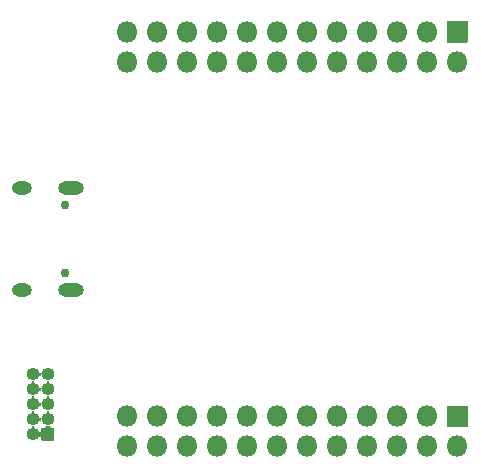
<source format=gbr>
G04 #@! TF.GenerationSoftware,KiCad,Pcbnew,(5.1.10-1-10_14)*
G04 #@! TF.CreationDate,2021-08-17T00:22:47+08:00*
G04 #@! TF.ProjectId,stm32f401_devboard,73746d33-3266-4343-9031-5f646576626f,rev?*
G04 #@! TF.SameCoordinates,Original*
G04 #@! TF.FileFunction,Soldermask,Bot*
G04 #@! TF.FilePolarity,Negative*
%FSLAX46Y46*%
G04 Gerber Fmt 4.6, Leading zero omitted, Abs format (unit mm)*
G04 Created by KiCad (PCBNEW (5.1.10-1-10_14)) date 2021-08-17 00:22:47*
%MOMM*%
%LPD*%
G01*
G04 APERTURE LIST*
%ADD10O,1.802000X1.802000*%
%ADD11O,2.202000X1.102000*%
%ADD12C,0.752000*%
%ADD13O,1.702000X1.102000*%
%ADD14O,1.102000X1.102000*%
%ADD15C,0.100000*%
G04 APERTURE END LIST*
D10*
X112060000Y-112540000D03*
X112060000Y-110000000D03*
X114600000Y-112540000D03*
X114600000Y-110000000D03*
X117140000Y-112540000D03*
X117140000Y-110000000D03*
X119680000Y-112540000D03*
X119680000Y-110000000D03*
X122220000Y-112540000D03*
X122220000Y-110000000D03*
X124760000Y-112540000D03*
X124760000Y-110000000D03*
X127300000Y-112540000D03*
X127300000Y-110000000D03*
X129840000Y-112540000D03*
X129840000Y-110000000D03*
X132380000Y-112540000D03*
X132380000Y-110000000D03*
X134920000Y-112540000D03*
X134920000Y-110000000D03*
X137460000Y-112540000D03*
X137460000Y-110000000D03*
X140000000Y-112540000D03*
G36*
G01*
X139150000Y-109099000D02*
X140850000Y-109099000D01*
G75*
G02*
X140901000Y-109150000I0J-51000D01*
G01*
X140901000Y-110850000D01*
G75*
G02*
X140850000Y-110901000I-51000J0D01*
G01*
X139150000Y-110901000D01*
G75*
G02*
X139099000Y-110850000I0J51000D01*
G01*
X139099000Y-109150000D01*
G75*
G02*
X139150000Y-109099000I51000J0D01*
G01*
G37*
X112060000Y-80000000D03*
X112060000Y-77460000D03*
X114600000Y-80000000D03*
X114600000Y-77460000D03*
X117140000Y-80000000D03*
X117140000Y-77460000D03*
X119680000Y-80000000D03*
X119680000Y-77460000D03*
X122220000Y-80000000D03*
X122220000Y-77460000D03*
X124760000Y-80000000D03*
X124760000Y-77460000D03*
X127300000Y-80000000D03*
X127300000Y-77460000D03*
X129840000Y-80000000D03*
X129840000Y-77460000D03*
X132380000Y-80000000D03*
X132380000Y-77460000D03*
X134920000Y-80000000D03*
X134920000Y-77460000D03*
X137460000Y-80000000D03*
X137460000Y-77460000D03*
X140000000Y-80000000D03*
G36*
G01*
X139150000Y-76559000D02*
X140850000Y-76559000D01*
G75*
G02*
X140901000Y-76610000I0J-51000D01*
G01*
X140901000Y-78310000D01*
G75*
G02*
X140850000Y-78361000I-51000J0D01*
G01*
X139150000Y-78361000D01*
G75*
G02*
X139099000Y-78310000I0J51000D01*
G01*
X139099000Y-76610000D01*
G75*
G02*
X139150000Y-76559000I51000J0D01*
G01*
G37*
D11*
X107290000Y-99320000D03*
X107290000Y-90680000D03*
D12*
X106760000Y-92110000D03*
D13*
X103110000Y-90680000D03*
D12*
X106760000Y-97890000D03*
D13*
X103110000Y-99320000D03*
D14*
X105325000Y-106460000D03*
X104055000Y-106460000D03*
X105325000Y-107730000D03*
X104055000Y-107730000D03*
X105325000Y-109000000D03*
X104055000Y-109000000D03*
X105325000Y-110270000D03*
X104055000Y-110270000D03*
X104055000Y-111540000D03*
G36*
G01*
X105876000Y-111040000D02*
X105876000Y-112040000D01*
G75*
G02*
X105825000Y-112091000I-51000J0D01*
G01*
X104825000Y-112091000D01*
G75*
G02*
X104774000Y-112040000I0J51000D01*
G01*
X104774000Y-111040000D01*
G75*
G02*
X104825000Y-110989000I51000J0D01*
G01*
X105825000Y-110989000D01*
G75*
G02*
X105876000Y-111040000I0J-51000D01*
G01*
G37*
D15*
G36*
X104775165Y-111216452D02*
G01*
X104776000Y-111218078D01*
X104776000Y-111861922D01*
X104775000Y-111863654D01*
X104773000Y-111863654D01*
X104772010Y-111862118D01*
X104769628Y-111837931D01*
X104762628Y-111814856D01*
X104751263Y-111793592D01*
X104735968Y-111774955D01*
X104717331Y-111759660D01*
X104696067Y-111748295D01*
X104672992Y-111741295D01*
X104649001Y-111738932D01*
X104625010Y-111741295D01*
X104601935Y-111748295D01*
X104580671Y-111759660D01*
X104562034Y-111774955D01*
X104546676Y-111793670D01*
X104543784Y-111797998D01*
X104541990Y-111798883D01*
X104540327Y-111797772D01*
X104540273Y-111796122D01*
X104580350Y-111699365D01*
X104601347Y-111593808D01*
X104601347Y-111486192D01*
X104580350Y-111380635D01*
X104540273Y-111283878D01*
X104540534Y-111281895D01*
X104542382Y-111281130D01*
X104543784Y-111282002D01*
X104546676Y-111286330D01*
X104562035Y-111305045D01*
X104580672Y-111320340D01*
X104601935Y-111331705D01*
X104625010Y-111338705D01*
X104649002Y-111341068D01*
X104672993Y-111338705D01*
X104696068Y-111331705D01*
X104717331Y-111320340D01*
X104735968Y-111305044D01*
X104751263Y-111286407D01*
X104762628Y-111265144D01*
X104769628Y-111242069D01*
X104772010Y-111217882D01*
X104773175Y-111216256D01*
X104775165Y-111216452D01*
G37*
G36*
X104227906Y-110790824D02*
G01*
X104228671Y-110792672D01*
X104227631Y-110794175D01*
X104211609Y-110802738D01*
X104192972Y-110818033D01*
X104177677Y-110836670D01*
X104166312Y-110857934D01*
X104159312Y-110881009D01*
X104156949Y-110905000D01*
X104159312Y-110928991D01*
X104166312Y-110952066D01*
X104177677Y-110973330D01*
X104192972Y-110991967D01*
X104211609Y-111007262D01*
X104227631Y-111015825D01*
X104228687Y-111017524D01*
X104227744Y-111019287D01*
X104225923Y-111019437D01*
X104214365Y-111014650D01*
X104108808Y-110993653D01*
X104001192Y-110993653D01*
X103895635Y-111014650D01*
X103884077Y-111019437D01*
X103882094Y-111019176D01*
X103881329Y-111017328D01*
X103882369Y-111015825D01*
X103898391Y-111007262D01*
X103917028Y-110991967D01*
X103932323Y-110973330D01*
X103943688Y-110952066D01*
X103950688Y-110928991D01*
X103953051Y-110905000D01*
X103950688Y-110881009D01*
X103943688Y-110857934D01*
X103932323Y-110836670D01*
X103917028Y-110818033D01*
X103898391Y-110802738D01*
X103882369Y-110794175D01*
X103881313Y-110792476D01*
X103882256Y-110790713D01*
X103884077Y-110790563D01*
X103895635Y-110795350D01*
X104001192Y-110816347D01*
X104108808Y-110816347D01*
X104214365Y-110795350D01*
X104225923Y-110790563D01*
X104227906Y-110790824D01*
G37*
G36*
X105583105Y-110755534D02*
G01*
X105583870Y-110757382D01*
X105582998Y-110758784D01*
X105578670Y-110761676D01*
X105559955Y-110777035D01*
X105544660Y-110795672D01*
X105533295Y-110816935D01*
X105526295Y-110840010D01*
X105523932Y-110864001D01*
X105526295Y-110887993D01*
X105533295Y-110911068D01*
X105544660Y-110932331D01*
X105559956Y-110950968D01*
X105578593Y-110966263D01*
X105599856Y-110977628D01*
X105622931Y-110984628D01*
X105647118Y-110987010D01*
X105648744Y-110988175D01*
X105648548Y-110990165D01*
X105646922Y-110991000D01*
X105003078Y-110991000D01*
X105001346Y-110990000D01*
X105001346Y-110988000D01*
X105002882Y-110987010D01*
X105027069Y-110984628D01*
X105050144Y-110977628D01*
X105071408Y-110966263D01*
X105090045Y-110950968D01*
X105105340Y-110932331D01*
X105116705Y-110911067D01*
X105123705Y-110887992D01*
X105126068Y-110864001D01*
X105123705Y-110840010D01*
X105116705Y-110816935D01*
X105105340Y-110795671D01*
X105090045Y-110777034D01*
X105071330Y-110761676D01*
X105067002Y-110758784D01*
X105066117Y-110756990D01*
X105067228Y-110755327D01*
X105068878Y-110755273D01*
X105165635Y-110795350D01*
X105271192Y-110816347D01*
X105378808Y-110816347D01*
X105484365Y-110795350D01*
X105581122Y-110755273D01*
X105583105Y-110755534D01*
G37*
G36*
X104804287Y-110097256D02*
G01*
X104804437Y-110099077D01*
X104799650Y-110110635D01*
X104778653Y-110216192D01*
X104778653Y-110323808D01*
X104799650Y-110429365D01*
X104804437Y-110440923D01*
X104804176Y-110442906D01*
X104802328Y-110443671D01*
X104800825Y-110442631D01*
X104792262Y-110426609D01*
X104776967Y-110407972D01*
X104758330Y-110392677D01*
X104737066Y-110381312D01*
X104713991Y-110374312D01*
X104690000Y-110371949D01*
X104666009Y-110374312D01*
X104642934Y-110381312D01*
X104621670Y-110392677D01*
X104603033Y-110407972D01*
X104587738Y-110426609D01*
X104579175Y-110442631D01*
X104577476Y-110443687D01*
X104575713Y-110442744D01*
X104575563Y-110440923D01*
X104580350Y-110429365D01*
X104601347Y-110323808D01*
X104601347Y-110216192D01*
X104580350Y-110110635D01*
X104575563Y-110099077D01*
X104575824Y-110097094D01*
X104577672Y-110096329D01*
X104579175Y-110097369D01*
X104587738Y-110113391D01*
X104603033Y-110132028D01*
X104621670Y-110147323D01*
X104642934Y-110158688D01*
X104666009Y-110165688D01*
X104690000Y-110168051D01*
X104713991Y-110165688D01*
X104737066Y-110158688D01*
X104758330Y-110147323D01*
X104776967Y-110132028D01*
X104792262Y-110113391D01*
X104800825Y-110097369D01*
X104802524Y-110096313D01*
X104804287Y-110097256D01*
G37*
G36*
X105497906Y-109520824D02*
G01*
X105498671Y-109522672D01*
X105497631Y-109524175D01*
X105481609Y-109532738D01*
X105462972Y-109548033D01*
X105447677Y-109566670D01*
X105436312Y-109587934D01*
X105429312Y-109611009D01*
X105426949Y-109635000D01*
X105429312Y-109658991D01*
X105436312Y-109682066D01*
X105447677Y-109703330D01*
X105462972Y-109721967D01*
X105481609Y-109737262D01*
X105497631Y-109745825D01*
X105498687Y-109747524D01*
X105497744Y-109749287D01*
X105495923Y-109749437D01*
X105484365Y-109744650D01*
X105378808Y-109723653D01*
X105271192Y-109723653D01*
X105165635Y-109744650D01*
X105154077Y-109749437D01*
X105152094Y-109749176D01*
X105151329Y-109747328D01*
X105152369Y-109745825D01*
X105168391Y-109737262D01*
X105187028Y-109721967D01*
X105202323Y-109703330D01*
X105213688Y-109682066D01*
X105220688Y-109658991D01*
X105223051Y-109635000D01*
X105220688Y-109611009D01*
X105213688Y-109587934D01*
X105202323Y-109566670D01*
X105187028Y-109548033D01*
X105168391Y-109532738D01*
X105152369Y-109524175D01*
X105151313Y-109522476D01*
X105152256Y-109520713D01*
X105154077Y-109520563D01*
X105165635Y-109525350D01*
X105271192Y-109546347D01*
X105378808Y-109546347D01*
X105484365Y-109525350D01*
X105495923Y-109520563D01*
X105497906Y-109520824D01*
G37*
G36*
X104227906Y-109520824D02*
G01*
X104228671Y-109522672D01*
X104227631Y-109524175D01*
X104211609Y-109532738D01*
X104192972Y-109548033D01*
X104177677Y-109566670D01*
X104166312Y-109587934D01*
X104159312Y-109611009D01*
X104156949Y-109635000D01*
X104159312Y-109658991D01*
X104166312Y-109682066D01*
X104177677Y-109703330D01*
X104192972Y-109721967D01*
X104211609Y-109737262D01*
X104227631Y-109745825D01*
X104228687Y-109747524D01*
X104227744Y-109749287D01*
X104225923Y-109749437D01*
X104214365Y-109744650D01*
X104108808Y-109723653D01*
X104001192Y-109723653D01*
X103895635Y-109744650D01*
X103884077Y-109749437D01*
X103882094Y-109749176D01*
X103881329Y-109747328D01*
X103882369Y-109745825D01*
X103898391Y-109737262D01*
X103917028Y-109721967D01*
X103932323Y-109703330D01*
X103943688Y-109682066D01*
X103950688Y-109658991D01*
X103953051Y-109635000D01*
X103950688Y-109611009D01*
X103943688Y-109587934D01*
X103932323Y-109566670D01*
X103917028Y-109548033D01*
X103898391Y-109532738D01*
X103882369Y-109524175D01*
X103881313Y-109522476D01*
X103882256Y-109520713D01*
X103884077Y-109520563D01*
X103895635Y-109525350D01*
X104001192Y-109546347D01*
X104108808Y-109546347D01*
X104214365Y-109525350D01*
X104225923Y-109520563D01*
X104227906Y-109520824D01*
G37*
G36*
X104804287Y-108827256D02*
G01*
X104804437Y-108829077D01*
X104799650Y-108840635D01*
X104778653Y-108946192D01*
X104778653Y-109053808D01*
X104799650Y-109159365D01*
X104804437Y-109170923D01*
X104804176Y-109172906D01*
X104802328Y-109173671D01*
X104800825Y-109172631D01*
X104792262Y-109156609D01*
X104776967Y-109137972D01*
X104758330Y-109122677D01*
X104737066Y-109111312D01*
X104713991Y-109104312D01*
X104690000Y-109101949D01*
X104666009Y-109104312D01*
X104642934Y-109111312D01*
X104621670Y-109122677D01*
X104603033Y-109137972D01*
X104587738Y-109156609D01*
X104579175Y-109172631D01*
X104577476Y-109173687D01*
X104575713Y-109172744D01*
X104575563Y-109170923D01*
X104580350Y-109159365D01*
X104601347Y-109053808D01*
X104601347Y-108946192D01*
X104580350Y-108840635D01*
X104575563Y-108829077D01*
X104575824Y-108827094D01*
X104577672Y-108826329D01*
X104579175Y-108827369D01*
X104587738Y-108843391D01*
X104603033Y-108862028D01*
X104621670Y-108877323D01*
X104642934Y-108888688D01*
X104666009Y-108895688D01*
X104690000Y-108898051D01*
X104713991Y-108895688D01*
X104737066Y-108888688D01*
X104758330Y-108877323D01*
X104776967Y-108862028D01*
X104792262Y-108843391D01*
X104800825Y-108827369D01*
X104802524Y-108826313D01*
X104804287Y-108827256D01*
G37*
G36*
X104227906Y-108250824D02*
G01*
X104228671Y-108252672D01*
X104227631Y-108254175D01*
X104211609Y-108262738D01*
X104192972Y-108278033D01*
X104177677Y-108296670D01*
X104166312Y-108317934D01*
X104159312Y-108341009D01*
X104156949Y-108365000D01*
X104159312Y-108388991D01*
X104166312Y-108412066D01*
X104177677Y-108433330D01*
X104192972Y-108451967D01*
X104211609Y-108467262D01*
X104227631Y-108475825D01*
X104228687Y-108477524D01*
X104227744Y-108479287D01*
X104225923Y-108479437D01*
X104214365Y-108474650D01*
X104108808Y-108453653D01*
X104001192Y-108453653D01*
X103895635Y-108474650D01*
X103884077Y-108479437D01*
X103882094Y-108479176D01*
X103881329Y-108477328D01*
X103882369Y-108475825D01*
X103898391Y-108467262D01*
X103917028Y-108451967D01*
X103932323Y-108433330D01*
X103943688Y-108412066D01*
X103950688Y-108388991D01*
X103953051Y-108365000D01*
X103950688Y-108341009D01*
X103943688Y-108317934D01*
X103932323Y-108296670D01*
X103917028Y-108278033D01*
X103898391Y-108262738D01*
X103882369Y-108254175D01*
X103881313Y-108252476D01*
X103882256Y-108250713D01*
X103884077Y-108250563D01*
X103895635Y-108255350D01*
X104001192Y-108276347D01*
X104108808Y-108276347D01*
X104214365Y-108255350D01*
X104225923Y-108250563D01*
X104227906Y-108250824D01*
G37*
G36*
X105497906Y-108250824D02*
G01*
X105498671Y-108252672D01*
X105497631Y-108254175D01*
X105481609Y-108262738D01*
X105462972Y-108278033D01*
X105447677Y-108296670D01*
X105436312Y-108317934D01*
X105429312Y-108341009D01*
X105426949Y-108365000D01*
X105429312Y-108388991D01*
X105436312Y-108412066D01*
X105447677Y-108433330D01*
X105462972Y-108451967D01*
X105481609Y-108467262D01*
X105497631Y-108475825D01*
X105498687Y-108477524D01*
X105497744Y-108479287D01*
X105495923Y-108479437D01*
X105484365Y-108474650D01*
X105378808Y-108453653D01*
X105271192Y-108453653D01*
X105165635Y-108474650D01*
X105154077Y-108479437D01*
X105152094Y-108479176D01*
X105151329Y-108477328D01*
X105152369Y-108475825D01*
X105168391Y-108467262D01*
X105187028Y-108451967D01*
X105202323Y-108433330D01*
X105213688Y-108412066D01*
X105220688Y-108388991D01*
X105223051Y-108365000D01*
X105220688Y-108341009D01*
X105213688Y-108317934D01*
X105202323Y-108296670D01*
X105187028Y-108278033D01*
X105168391Y-108262738D01*
X105152369Y-108254175D01*
X105151313Y-108252476D01*
X105152256Y-108250713D01*
X105154077Y-108250563D01*
X105165635Y-108255350D01*
X105271192Y-108276347D01*
X105378808Y-108276347D01*
X105484365Y-108255350D01*
X105495923Y-108250563D01*
X105497906Y-108250824D01*
G37*
G36*
X104804287Y-107557256D02*
G01*
X104804437Y-107559077D01*
X104799650Y-107570635D01*
X104778653Y-107676192D01*
X104778653Y-107783808D01*
X104799650Y-107889365D01*
X104804437Y-107900923D01*
X104804176Y-107902906D01*
X104802328Y-107903671D01*
X104800825Y-107902631D01*
X104792262Y-107886609D01*
X104776967Y-107867972D01*
X104758330Y-107852677D01*
X104737066Y-107841312D01*
X104713991Y-107834312D01*
X104690000Y-107831949D01*
X104666009Y-107834312D01*
X104642934Y-107841312D01*
X104621670Y-107852677D01*
X104603033Y-107867972D01*
X104587738Y-107886609D01*
X104579175Y-107902631D01*
X104577476Y-107903687D01*
X104575713Y-107902744D01*
X104575563Y-107900923D01*
X104580350Y-107889365D01*
X104601347Y-107783808D01*
X104601347Y-107676192D01*
X104580350Y-107570635D01*
X104575563Y-107559077D01*
X104575824Y-107557094D01*
X104577672Y-107556329D01*
X104579175Y-107557369D01*
X104587738Y-107573391D01*
X104603033Y-107592028D01*
X104621670Y-107607323D01*
X104642934Y-107618688D01*
X104666009Y-107625688D01*
X104690000Y-107628051D01*
X104713991Y-107625688D01*
X104737066Y-107618688D01*
X104758330Y-107607323D01*
X104776967Y-107592028D01*
X104792262Y-107573391D01*
X104800825Y-107557369D01*
X104802524Y-107556313D01*
X104804287Y-107557256D01*
G37*
G36*
X104227906Y-106980824D02*
G01*
X104228671Y-106982672D01*
X104227631Y-106984175D01*
X104211609Y-106992738D01*
X104192972Y-107008033D01*
X104177677Y-107026670D01*
X104166312Y-107047934D01*
X104159312Y-107071009D01*
X104156949Y-107095000D01*
X104159312Y-107118991D01*
X104166312Y-107142066D01*
X104177677Y-107163330D01*
X104192972Y-107181967D01*
X104211609Y-107197262D01*
X104227631Y-107205825D01*
X104228687Y-107207524D01*
X104227744Y-107209287D01*
X104225923Y-107209437D01*
X104214365Y-107204650D01*
X104108808Y-107183653D01*
X104001192Y-107183653D01*
X103895635Y-107204650D01*
X103884077Y-107209437D01*
X103882094Y-107209176D01*
X103881329Y-107207328D01*
X103882369Y-107205825D01*
X103898391Y-107197262D01*
X103917028Y-107181967D01*
X103932323Y-107163330D01*
X103943688Y-107142066D01*
X103950688Y-107118991D01*
X103953051Y-107095000D01*
X103950688Y-107071009D01*
X103943688Y-107047934D01*
X103932323Y-107026670D01*
X103917028Y-107008033D01*
X103898391Y-106992738D01*
X103882369Y-106984175D01*
X103881313Y-106982476D01*
X103882256Y-106980713D01*
X103884077Y-106980563D01*
X103895635Y-106985350D01*
X104001192Y-107006347D01*
X104108808Y-107006347D01*
X104214365Y-106985350D01*
X104225923Y-106980563D01*
X104227906Y-106980824D01*
G37*
G36*
X105497906Y-106980824D02*
G01*
X105498671Y-106982672D01*
X105497631Y-106984175D01*
X105481609Y-106992738D01*
X105462972Y-107008033D01*
X105447677Y-107026670D01*
X105436312Y-107047934D01*
X105429312Y-107071009D01*
X105426949Y-107095000D01*
X105429312Y-107118991D01*
X105436312Y-107142066D01*
X105447677Y-107163330D01*
X105462972Y-107181967D01*
X105481609Y-107197262D01*
X105497631Y-107205825D01*
X105498687Y-107207524D01*
X105497744Y-107209287D01*
X105495923Y-107209437D01*
X105484365Y-107204650D01*
X105378808Y-107183653D01*
X105271192Y-107183653D01*
X105165635Y-107204650D01*
X105154077Y-107209437D01*
X105152094Y-107209176D01*
X105151329Y-107207328D01*
X105152369Y-107205825D01*
X105168391Y-107197262D01*
X105187028Y-107181967D01*
X105202323Y-107163330D01*
X105213688Y-107142066D01*
X105220688Y-107118991D01*
X105223051Y-107095000D01*
X105220688Y-107071009D01*
X105213688Y-107047934D01*
X105202323Y-107026670D01*
X105187028Y-107008033D01*
X105168391Y-106992738D01*
X105152369Y-106984175D01*
X105151313Y-106982476D01*
X105152256Y-106980713D01*
X105154077Y-106980563D01*
X105165635Y-106985350D01*
X105271192Y-107006347D01*
X105378808Y-107006347D01*
X105484365Y-106985350D01*
X105495923Y-106980563D01*
X105497906Y-106980824D01*
G37*
G36*
X104804287Y-106287256D02*
G01*
X104804437Y-106289077D01*
X104799650Y-106300635D01*
X104778653Y-106406192D01*
X104778653Y-106513808D01*
X104799650Y-106619365D01*
X104804437Y-106630923D01*
X104804176Y-106632906D01*
X104802328Y-106633671D01*
X104800825Y-106632631D01*
X104792262Y-106616609D01*
X104776967Y-106597972D01*
X104758330Y-106582677D01*
X104737066Y-106571312D01*
X104713991Y-106564312D01*
X104690000Y-106561949D01*
X104666009Y-106564312D01*
X104642934Y-106571312D01*
X104621670Y-106582677D01*
X104603033Y-106597972D01*
X104587738Y-106616609D01*
X104579175Y-106632631D01*
X104577476Y-106633687D01*
X104575713Y-106632744D01*
X104575563Y-106630923D01*
X104580350Y-106619365D01*
X104601347Y-106513808D01*
X104601347Y-106406192D01*
X104580350Y-106300635D01*
X104575563Y-106289077D01*
X104575824Y-106287094D01*
X104577672Y-106286329D01*
X104579175Y-106287369D01*
X104587738Y-106303391D01*
X104603033Y-106322028D01*
X104621670Y-106337323D01*
X104642934Y-106348688D01*
X104666009Y-106355688D01*
X104690000Y-106358051D01*
X104713991Y-106355688D01*
X104737066Y-106348688D01*
X104758330Y-106337323D01*
X104776967Y-106322028D01*
X104792262Y-106303391D01*
X104800825Y-106287369D01*
X104802524Y-106286313D01*
X104804287Y-106287256D01*
G37*
M02*

</source>
